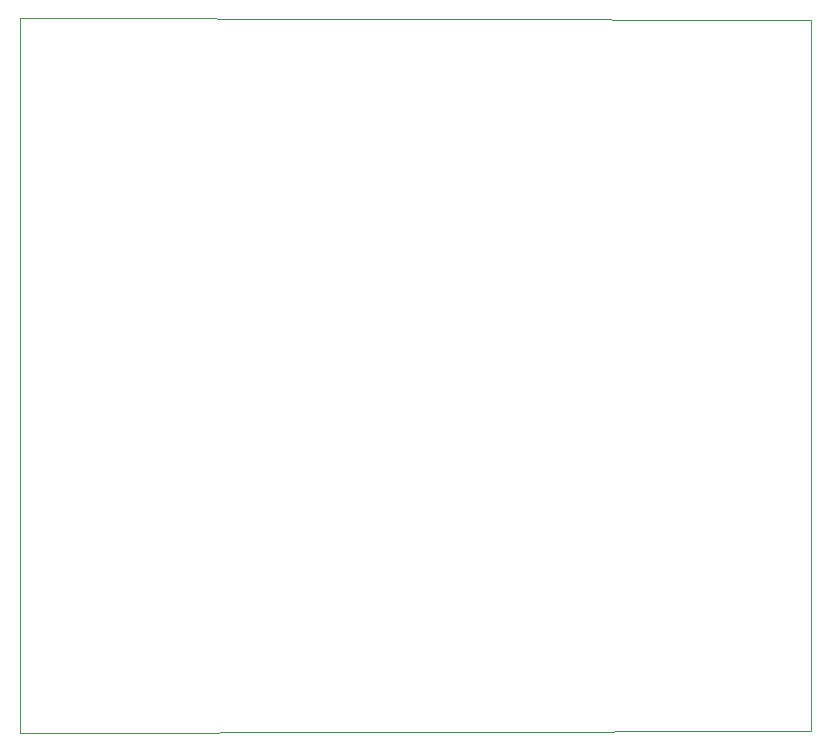
<source format=gbr>
G04 #@! TF.GenerationSoftware,KiCad,Pcbnew,(5.1.5)-3*
G04 #@! TF.CreationDate,2020-09-25T18:51:03-03:00*
G04 #@! TF.ProjectId,Opto,4f70746f-2e6b-4696-9361-645f70636258,rev?*
G04 #@! TF.SameCoordinates,Original*
G04 #@! TF.FileFunction,Profile,NP*
%FSLAX46Y46*%
G04 Gerber Fmt 4.6, Leading zero omitted, Abs format (unit mm)*
G04 Created by KiCad (PCBNEW (5.1.5)-3) date 2020-09-25 18:51:03*
%MOMM*%
%LPD*%
G04 APERTURE LIST*
%ADD10C,0.100000*%
G04 APERTURE END LIST*
D10*
X38440000Y-34450000D02*
X105410000Y-34580000D01*
X38440000Y-94910000D02*
X38440000Y-34450000D01*
X105410000Y-94770000D02*
X38440000Y-94910000D01*
X105410000Y-34580000D02*
X105410000Y-94770000D01*
M02*

</source>
